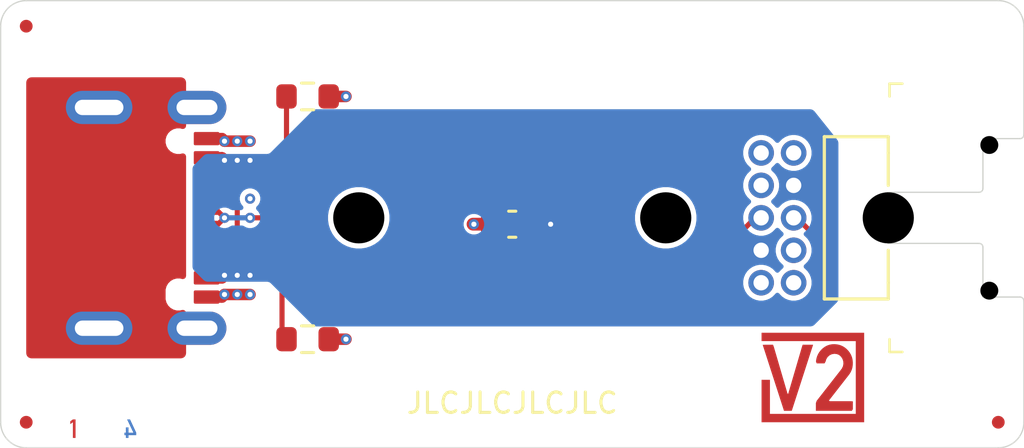
<source format=kicad_pcb>
(kicad_pcb (version 20241229) (generator "pcbnew") (generator_version "9.0")
  (title_block (date "2023-07-01") (rev "4"))
  (layers (0 "F.Cu" signal "Front") (4 "In1.Cu" power) (6 "In2.Cu" power) (2 "B.Cu" signal "Back") (13 "F.Paste" user) (5 "F.SilkS" user "F.Silkscreen") (1 "F.Mask" user) (3 "B.Mask" user) (25 "Edge.Cuts" user))
  (property "Order-Number" "JLCJLCJLCJLC")
  (net 0 "")
  (net 1 "GND")
  (net 2 "VBUS")
  (net 5 "USB-Shield")
  (net 6 "/USB+")
  (net 7 "/USB-")
  (net 8 "/USB-CC1")
  (net 9 "/USB-CC2")
  (footprint "Resistor_SMD:R_0603_1608Metric" (layer "F.Cu") (at 129 110.75)
    (property "Reference" "R102" (hide yes))
    (property "Value" "5k1" (hide yes))
    (fp_line (start -0.237258 -0.5225) (end 0.237258 -0.5225) (stroke (width 0.12)) (layer "F.SilkS"))
    (fp_line (start -0.237258 0.5225) (end 0.237258 0.5225) (stroke (width 0.12)) (layer "F.SilkS"))
    (pad "1" smd roundrect (at -0.825 0) (size 0.8 0.95) (layers "F.Cu" "F.Mask" "F.Paste") (net 9 "/USB-CC2"))
    (pad "2" smd roundrect (at 0.825 0) (size 0.8 0.95) (layers "F.Cu" "F.Mask" "F.Paste") (net 1 "GND"))
  )
  (footprint "V2_Connector_USB:JAE_DX07S016JA3" (layer "F.Cu") (at 122 106 -90)
    (property "Reference" "J101" (hide yes))
    (property "Value" "JAE_DX07S016JA3" (hide yes))
    (pad "" np_thru_hole circle (at -3 -1.95 270) (size 0.6 0.6) (drill 0.6) (layers "*.Cu" "*.Mask"))
    (pad "" np_thru_hole oval (at 3 -1.95 270) (size 0.85 0.6) (drill oval 0.85 0.6) (layers "*.Cu" "*.Mask"))
    (pad "A5" smd roundrect (at -1.75 -3.05 270) (size 0.27 1) (layers "F.Cu" "F.Mask" "F.Paste") (roundrect_rratio 0.1) (net 8 "/USB-CC1"))
    (pad "A6" smd roundrect (at -0.25 -3.05 270) (size 0.27 1) (layers "F.Cu" "F.Mask" "F.Paste") (roundrect_rratio 0.1) (net 6 "/USB+"))
    (pad "A7" smd roundrect (at 0.75 -3.05 270) (size 0.27 1) (layers "F.Cu" "F.Mask" "F.Paste") (roundrect_rratio 0.1) (net 7 "/USB-"))
    (pad "A8" smd roundrect (at 1.75 -3.05 270) (size 0.27 1) (layers "F.Cu" "F.Mask" "F.Paste") (roundrect_rratio 0.1))
    (pad "B5" smd roundrect (at 1.25 -3.05 270) (size 0.27 1) (layers "F.Cu" "F.Mask" "F.Paste") (roundrect_rratio 0.1) (net 9 "/USB-CC2"))
    (pad "B6" smd roundrect (at 0.25 -3.05 270) (size 0.27 1) (layers "F.Cu" "F.Mask" "F.Paste") (roundrect_rratio 0.1) (net 6 "/USB+"))
    (pad "B7" smd roundrect (at -0.75 -3.05 270) (size 0.27 1) (layers "F.Cu" "F.Mask" "F.Paste") (roundrect_rratio 0.1) (net 7 "/USB-"))
    (pad "B8" smd roundrect (at -1.25 -3.05 270) (size 0.27 1) (layers "F.Cu" "F.Mask" "F.Paste") (roundrect_rratio 0.1))
    (pad "G" smd roundrect (at -3.1 -3.05 270) (size 0.52 1) (layers "F.Cu" "F.Mask" "F.Paste") (roundrect_rratio 0.1) (net 1 "GND"))
    (pad "G" smd roundrect (at 3.1 -3.05 270) (size 0.52 1) (layers "F.Cu" "F.Mask" "F.Paste") (roundrect_rratio 0.1) (net 1 "GND"))
    (pad "S" thru_hole oval (at -4.32 -2.675 270) (size 1.3 2.3) (drill oval 0.6 1.6) (layers "*.Cu" "F.Paste") (net 5 "USB-Shield"))
    (pad "S" thru_hole oval (at -4.32 1.15 270) (size 1.3 2.6) (drill oval 0.6 1.9) (layers "*.Cu" "F.Paste") (net 5 "USB-Shield"))
    (pad "S" smd roundrect (at -1.4 1.15 270) (size 1 2) (layers "F.Cu" "F.Mask" "F.Paste") (roundrect_rratio 0.1) (net 5 "USB-Shield"))
    (pad "S" smd roundrect (at 1.4 1.15 270) (size 1 2) (layers "F.Cu" "F.Mask" "F.Paste") (roundrect_rratio 0.1) (net 5 "USB-Shield"))
    (pad "S" thru_hole oval (at 4.32 -2.675 270) (size 1.3 2.3) (drill oval 0.6 1.6) (layers "*.Cu" "F.Paste") (net 5 "USB-Shield"))
    (pad "S" thru_hole oval (at 4.32 1.15 270) (size 1.3 2.6) (drill oval 0.6 1.9) (layers "*.Cu" "F.Paste") (net 5 "USB-Shield"))
    (pad "V" smd roundrect (at -2.35 -3.05 270) (size 0.52 1) (layers "F.Cu" "F.Mask" "F.Paste") (roundrect_rratio 0.1) (net 2 "VBUS"))
    (pad "V" smd roundrect (at 2.35 -3.05 270) (size 0.52 1) (layers "F.Cu" "F.Mask" "F.Paste") (roundrect_rratio 0.1) (net 2 "VBUS"))
  )
  (footprint "V2_Production:Order_Number" (layer "F.Cu") (at 137 113.25)
    (property "Reference" "INFO102" (hide yes))
    (property "Value" "ORDER-NUMBER" (hide yes))
    (fp_text user "${Order-Number}" (at 0 0 0) (layer "F.SilkS") (effects (font (size 0.8 0.8) (thickness 0.12))))
  )
  (footprint "V2_Fiducial:Fiducial_0.5mm_Mask1mm_Paste" (layer "F.Cu") (at 156 114)
    (property "Reference" "FID103" (hide yes))
    (property "Value" "Fiducial" (hide yes))
    (pad "" smd circle (at 0 0) (size 0.5 0.5) (property pad_prop_fiducial_glob) (layers "F.Cu" "F.Mask" "F.Paste") (clearance 0.25))
  )
  (footprint "Capacitor_SMD:C_0603_1608Metric" (layer "F.Cu") (at 137 106.25 180)
    (property "Reference" "C101" (hide yes))
    (property "Value" "0u1" (hide yes))
    (fp_line (start -0.14058 0.51) (end 0.14058 0.51) (stroke (width 0.12)) (layer "F.SilkS"))
    (fp_line (start -0.14058 -0.51) (end 0.14058 -0.51) (stroke (width 0.12)) (layer "F.SilkS"))
    (pad "1" smd roundrect (at -0.775 0 180) (size 0.9 0.95) (layers "F.Cu" "F.Mask" "F.Paste") (net 2 "VBUS"))
    (pad "2" smd roundrect (at 0.775 0 180) (size 0.9 0.95) (layers "F.Cu" "F.Mask" "F.Paste") (net 1 "GND"))
  )
  (footprint "V2_Fiducial:Fiducial_0.5mm_Mask1mm_Paste" (layer "F.Cu") (at 118 114)
    (property "Reference" "FID101" (hide yes))
    (property "Value" "Fiducial" (hide yes))
    (pad "" smd circle (at 0 0) (size 0.5 0.5) (property pad_prop_fiducial_glob) (layers "F.Cu" "F.Mask" "F.Paste") (clearance 0.25))
  )
  (footprint "Resistor_SMD:R_0603_1608Metric" (layer "F.Cu") (at 129 101.25)
    (property "Reference" "R101" (hide yes))
    (property "Value" "5k1" (hide yes))
    (fp_line (start -0.237258 -0.5225) (end 0.237258 -0.5225) (stroke (width 0.12)) (layer "F.SilkS"))
    (fp_line (start -0.237258 0.5225) (end 0.237258 0.5225) (stroke (width 0.12)) (layer "F.SilkS"))
    (pad "1" smd roundrect (at -0.825 0) (size 0.8 0.95) (layers "F.Cu" "F.Mask" "F.Paste") (net 8 "/USB-CC1"))
    (pad "2" smd roundrect (at 0.825 0) (size 0.8 0.95) (layers "F.Cu" "F.Mask" "F.Paste") (net 1 "GND"))
  )
  (footprint "V2_Artwork:Logo_Small" (layer "F.Cu") (at 148.75 112.25)
    (property "Reference" "ICON101" (hide yes))
    (property "Value" "V2-logo" (hide yes))
    (fp_poly (pts (xy 2.006758 1.750057) (xy -2.003742 1.750057) (xy -2.003742 0.089057) (xy -1.676242 0.089057) (xy -1.676242 1.422557) (xy 1.679258 1.422557) (xy 1.679258 -1.424943) (xy -2.003742 -1.424943) (xy -2.003742 -1.752443) (xy 2.006758 -1.752443)) (fill yes) (layer "F.Cu"))
    (fp_poly (pts (xy -1.520919 -1.190765) (xy -0.987877 0.632379) (xy -0.96229 0.63477) (xy -0.429473 -1.187605) (xy -0.397658 -1.28383) (xy -0.093581 -1.28383) (xy 0.011405 -1.282303) (xy -0.821464 1.300873) (xy -0.922973 1.304044) (xy -1.126979 1.304044) (xy -1.959811 -1.279026) (xy -1.859182 -1.28383) (xy -1.55515 -1.28383)) (fill yes) (layer "F.Cu"))
    (fp_poly (pts (xy 0.959179 -1.296323) (xy 1.057102 -1.27333) (xy 1.15069 -1.236367) (xy 1.237701 -1.18584) (xy 1.316459 -1.12329) (xy 1.386544 -1.051192) (xy 1.4473 -0.971068) (xy 1.496526 -0.883341) (xy 1.532676 -0.789459) (xy 1.555226 -0.691443) (xy 1.564714 -0.591354) (xy 1.562302 -0.490861) (xy 1.547686 -0.391375) (xy 1.519699 -0.294757) (xy 1.477977 -0.203204) (xy 1.423428 -0.118825) (xy 0.62811 0.902367) (xy 0.666211 0.926016) (xy 1.464718 0.926016) (xy 1.565211 0.930611) (xy 1.565211 1.236646) (xy 1.526846 1.304028) (xy 0.119258 1.304044) (xy 0.119258 0.998218) (xy 0.152529 0.907926) (xy 1.075862 -0.274673) (xy 1.135011 -0.354575) (xy 1.177602 -0.443372) (xy 1.194922 -0.540328) (xy 1.188525 -0.63852) (xy 1.156173 -0.731429) (xy 1.102154 -0.813814) (xy 1.029408 -0.879553) (xy 0.93915 -0.917434) (xy 0.841313 -0.926822) (xy 0.744269 -0.911115) (xy 0.655699 -0.868697) (xy 0.582012 -0.803671) (xy 0.529159 -0.720807) (xy 0.499075 -0.625849) (xy 0.458111 -0.553721) (xy 0.151905 -0.553721) (xy 0.122138 -0.626978) (xy 0.136522 -0.727544) (xy 0.163539 -0.824426) (xy 0.203793 -0.916615) (xy 0.256664 -1.002191) (xy 0.320597 -1.07979) (xy 0.393413 -1.149125) (xy 0.474729 -1.208346) (xy 0.563921 -1.254958) (xy 0.65936 -1.286951) (xy 0.758577 -1.303726) (xy 0.859118 -1.306199)) (fill yes) (layer "F.Cu"))
    (zone (net 0) (net_name "") (layer "F.Cu") (connect_pads (clearance 0)) (min_thickness 0.254)
      (keepout (tracks not_allowed) (vias not_allowed) (pads not_allowed) (copperpour not_allowed) (footprints allowed))
      (fill (thermal_gap 0.508) (thermal_bridge_width 0.508))
      (polygon (pts (xy 146.45 114.25) (xy 151.05 114.25) (xy 151.05 110.245) (xy 146.45 110.245) (xy 146.45 110.85) (xy 146.85 112.05) (xy 146.45 112.05)))
    )
  )
  (footprint "V2_Mechanical:MountingHole_2mm" (layer "F.Cu") (at 143 106)
    (property "Reference" "H102" (hide yes))
    (property "Value" "MountingHole_2mm" (hide yes))
    (pad "" np_thru_hole circle (at 0 0) (size 2 2) (drill 2) (layers "*.Mask"))
  )
  (footprint "V2_PCB_Devices:PCB_Plug_Horizontal" (layer "F.Cu") (at 148 106 -90)
    (property "Reference" "PLUG101" (hide yes))
    (property "Value" "PCB_Plug_Horizontal" (hide yes))
    (fp_line (start -5.25 -3.75) (end -5.25 -4.25) (stroke (width 0.1)) (layer "F.SilkS"))
    (fp_line (start -4.75 -3.75) (end -5.25 -3.75) (stroke (width 0.1)) (layer "F.SilkS"))
    (fp_line (start 5.25 -3.75) (end 4.75 -3.75) (stroke (width 0.1)) (layer "F.SilkS"))
    (fp_line (start 5.25 -3.75) (end 5.25 -4.25) (stroke (width 0.1)) (layer "F.SilkS"))
    (fp_line (start -1 -3.7) (end 1 -3.7) (stroke (width 0.05)) (layer "Edge.Cuts"))
    (fp_line (start 1 -3.7) (end 1 -7.25) (stroke (width 0.05)) (layer "Edge.Cuts"))
    (fp_line (start -1 -7.25) (end -1 -3.7) (stroke (width 0.05)) (layer "Edge.Cuts"))
    (fp_line (start -3.1 -7.4) (end -1.15 -7.4) (stroke (width 0.05)) (layer "Edge.Cuts"))
    (fp_line (start 1.15 -7.4) (end 3.1 -7.4) (stroke (width 0.05)) (layer "Edge.Cuts"))
    (fp_line (start 3.1 -7.4) (end 3.1 -8.85) (stroke (width 0.05)) (layer "Edge.Cuts"))
    (fp_line (start -3.1 -8.85) (end -3.1 -7.4) (stroke (width 0.05)) (layer "Edge.Cuts"))
    (fp_arc (start 1 -7.25) (mid 1.043934 -7.356066) (end 1.15 -7.4) (stroke (width 0.05)) (layer "Edge.Cuts"))
    (fp_arc (start -1.15 -7.4) (mid -1.043934 -7.356066) (end -1 -7.25) (stroke (width 0.05)) (layer "Edge.Cuts"))
    (fp_arc (start 3.1 -8.85) (mid 3.143934 -8.956066) (end 3.25 -9) (stroke (width 0.05)) (layer "Edge.Cuts"))
    (fp_arc (start -3.25 -9) (mid -3.143934 -8.956066) (end -3.1 -8.85) (stroke (width 0.05)) (layer "Edge.Cuts"))
    (pad "" np_thru_hole circle (at -2.85 -7.65 270) (size 0.7 0.7) (drill 0.7) (layers "*.Mask"))
    (pad "" np_thru_hole circle (at 0 -3.7 270) (size 2 2) (drill 2) (layers "*.Mask"))
    (pad "" np_thru_hole circle (at 2.85 -7.65 270) (size 0.7 0.7) (drill 0.7) (layers "*.Mask"))
  )
  (footprint "V2_Production:Layer_Numbers" (layer "F.Cu") (at 121 114.25)
    (property "Reference" "INFO101" (hide yes))
    (property "Value" "Layer_Numbers" (hide yes))
    (fp_poly (pts (xy -1.071627 0.36376) (xy -1.175447 0.36376) (xy -1.175447 -0.251119) (xy -1.278437 -0.175522) (xy -1.278437 -0.285923) (xy -1.175447 -0.360896) (xy -1.071627 -0.360896)) (fill yes) (layer "F.Cu"))
    (fp_poly (pts (xy 1.301233 0.157927) (xy 1.301233 0.255853) (xy 0.999028 0.255853) (xy 0.999028 0.36376) (xy 0.895208 0.36376) (xy 0.895208 0.255853) (xy 0.837544 0.255853) (xy 0.837544 0.157927) (xy 0.895208 0.157927) (xy 0.895208 -0.050276) (xy 0.999028 -0.050276) (xy 0.999028 0.157927) (xy 1.188396 0.157927) (xy 0.943381 -0.360896) (xy 1.059184 -0.360896)) (fill yes) (layer "B.Cu"))
    (zone (net 0) (net_name "") (layers "F.Cu" "F.Mask" "B.Cu" "B.Mask" "In1.Cu" "In2.Cu") (connect_pads (clearance 0)) (min_thickness 0.254)
      (keepout (tracks not_allowed) (vias not_allowed) (pads not_allowed) (copperpour not_allowed) (footprints allowed))
      (fill (thermal_gap 0.508) (thermal_bridge_width 0.508))
      (polygon (pts (xy 122.6 114.85) (xy 119.4 114.85) (xy 119.4 113.65) (xy 122.6 113.65)))
    )
  )
  (footprint "V2_Mechanical:MountingHole_2mm" (layer "F.Cu") (at 131 106)
    (property "Reference" "H101" (hide yes))
    (property "Value" "MountingHole_2mm" (hide yes))
    (pad "" np_thru_hole circle (at 0 0) (size 2 2) (drill 2) (layers "*.Mask"))
  )
  (footprint "V2_Fiducial:Fiducial_0.5mm_Mask1mm_Paste" (layer "F.Cu") (at 118 98.5)
    (property "Reference" "FID102" (hide yes))
    (property "Value" "Fiducial" (hide yes))
    (pad "" smd circle (at 0 0) (size 0.5 0.5) (property pad_prop_fiducial_glob) (layers "F.Cu" "F.Mask" "F.Paste") (clearance 0.25))
  )
  (footprint "V2_Connector_Header_1.27mm:PinHeader_2x05_P1.27mm_Horizontal" (layer "F.Cu") (at 148 106 -90)
    (property "Reference" "J102" (hide yes))
    (property "Value" "2x05_Horizontal" (hide yes))
    (fp_line (start -3.175 -1.2) (end -3.175 -3.7) (stroke (width 0.127)) (layer "F.SilkS"))
    (fp_line (start 3.175 -1.2) (end -3.175 -1.2) (stroke (width 0.127)) (layer "F.SilkS"))
    (fp_line (start -3.175 -3.7) (end -2.54 -3.7) (stroke (width 0.127)) (layer "F.SilkS"))
    (fp_line (start -2.54 -3.7) (end -1.27 -3.7) (stroke (width 0.127)) (layer "F.SilkS"))
    (fp_line (start 1.27 -3.7) (end 2.54 -3.7) (stroke (width 0.127)) (layer "F.SilkS"))
    (fp_line (start 2.54 -3.7) (end 3.175 -3.7) (stroke (width 0.127)) (layer "F.SilkS"))
    (fp_line (start 3.175 -3.7) (end 3.175 -1.2) (stroke (width 0.127)) (layer "F.SilkS"))
    (pad "1" thru_hole circle (at 2.54 0) (size 1 1) (drill 0.6) (layers "*.Cu" "*.Mask"))
    (pad "2" thru_hole circle (at 2.54 1.27) (size 1 1) (drill 0.6) (layers "*.Cu" "*.Mask"))
    (pad "3" thru_hole circle (at 1.27 0) (size 1 1) (drill 0.6) (layers "*.Cu" "*.Mask") (net 1 "GND"))
    (pad "4" thru_hole circle (at 1.27 1.27) (size 1 1) (drill 0.6) (layers "*.Cu" "*.Mask") (net 2 "VBUS"))
    (pad "5" thru_hole circle (at 0 0) (size 1 1) (drill 0.6) (layers "*.Cu" "*.Mask") (net 7 "/USB-"))
    (pad "6" thru_hole circle (at 0 1.27) (size 1 1) (drill 0.6) (layers "*.Cu" "*.Mask") (net 6 "/USB+"))
    (pad "7" thru_hole circle (at -1.27 0) (size 1 1) (drill 0.6) (layers "*.Cu" "*.Mask") (net 2 "VBUS"))
    (pad "8" thru_hole circle (at -1.27 1.27) (size 1 1) (drill 0.6) (layers "*.Cu" "*.Mask") (net 1 "GND"))
    (pad "9" thru_hole circle (at -2.54 0) (size 1 1) (drill 0.6) (layers "*.Cu" "*.Mask"))
    (pad "10" thru_hole circle (at -2.54 1.27) (size 1 1) (drill 0.6) (layers "*.Cu" "*.Mask"))
  )
  (gr_line (start 157 109.25) (end 157 114) (stroke (width 0.05)) (layer "Edge.Cuts"))
  (gr_line (start 117 98.5) (end 117 114) (stroke (width 0.05)) (layer "Edge.Cuts"))
  (gr_line (start 118 97.5) (end 156 97.5) (stroke (width 0.05)) (layer "Edge.Cuts"))
  (gr_line (start 157 98.5) (end 157 102.75) (stroke (width 0.05)) (layer "Edge.Cuts"))
  (gr_arc (start 118 115) (mid 117.292893 114.707107) (end 117 114) (stroke (width 0.05)) (layer "Edge.Cuts"))
  (gr_arc (start 157 114) (mid 156.707107 114.707107) (end 156 115) (stroke (width 0.05)) (layer "Edge.Cuts"))
  (gr_arc (start 117 98.5) (mid 117.292893 97.792893) (end 118 97.5) (stroke (width 0.05)) (layer "Edge.Cuts"))
  (gr_arc (start 156 97.5) (mid 156.707107 97.792893) (end 157 98.5) (stroke (width 0.05)) (layer "Edge.Cuts"))
  (gr_line (start 118 115) (end 156 115) (stroke (width 0.05)) (layer "Edge.Cuts"))
  (segment (start 125.75 103) (end 126.75 103) (width 0.45) (layer "F.Cu") (net 1))
  (segment (start 125.05 102.9) (end 125.65 102.9) (width 0.45) (layer "F.Cu") (net 1))
  (segment (start 136.1925 106.2475) (end 136.1975 106.2525) (width 0.5) (layer "F.Cu") (net 1))
  (segment (start 129.825 110.75) (end 130.5 110.75) (width 0.45) (layer "F.Cu") (net 1))
  (segment (start 125.75 109) (end 126.75 109) (width 0.45) (layer "F.Cu") (net 1))
  (segment (start 129.825 101.25) (end 130.5 101.25) (width 0.45) (layer "F.Cu") (net 1))
  (segment (start 135.4675 106.2475) (end 136.1925 106.2475) (width 0.5) (layer "F.Cu") (net 1))
  (segment (start 125.05 109.1) (end 125.65 109.1) (width 0.45) (layer "F.Cu") (net 1))
  (segment (start 125.65 102.9) (end 125.75 103) (width 0.45) (layer "F.Cu") (net 1))
  (segment (start 125.65 109.1) (end 125.75 109) (width 0.45) (layer "F.Cu") (net 1))
  (via (at 130.5 101.25) (size 0.4) (drill 0.2) (layers "F.Cu" "B.Cu") (net 1))
  (via (at 125.75 109) (size 0.4) (drill 0.2) (layers "F.Cu" "B.Cu") (net 1))
  (via (at 130.5 110.75) (size 0.4) (drill 0.2) (layers "F.Cu" "B.Cu") (net 1))
  (via (at 126.25 103) (size 0.4) (drill 0.2) (layers "F.Cu" "B.Cu") (net 1))
  (via (at 126.75 103) (size 0.4) (drill 0.2) (layers "F.Cu" "B.Cu") (net 1))
  (via (at 126.75 105.25) (size 0.4) (drill 0.2) (layers "F.Cu" "B.Cu") (net 1))
  (via (at 135.5 106.25) (size 0.4) (drill 0.2) (layers "F.Cu" "B.Cu") (net 1))
  (via (at 126.75 109) (size 0.4) (drill 0.2) (layers "F.Cu" "B.Cu") (net 1))
  (via (at 125.75 103) (size 0.4) (drill 0.2) (layers "F.Cu" "B.Cu") (net 1))
  (via (at 126.25 109) (size 0.4) (drill 0.2) (layers "F.Cu" "B.Cu") (net 1))
  (segment (start 125.65 108.35) (end 125.75 108.25) (width 0.45) (layer "F.Cu") (net 2))
  (segment (start 137.7525 106.2475) (end 137.7475 106.2525) (width 0.5) (layer "F.Cu") (net 2))
  (segment (start 125.05 108.35) (end 125.65 108.35) (width 0.45) (layer "F.Cu") (net 2))
  (segment (start 125.75 103.75) (end 126.744672 103.75) (width 0.45) (layer "F.Cu") (net 2))
  (segment (start 126.744672 103.75) (end 126.747336 103.747336) (width 0.45) (layer "F.Cu") (net 2))
  (segment (start 125.05 103.65) (end 125.65 103.65) (width 0.45) (layer "F.Cu") (net 2))
  (segment (start 125.65 103.65) (end 125.75 103.75) (width 0.45) (layer "F.Cu") (net 2))
  (segment (start 125.75 108.25) (end 126.75 108.25) (width 0.45) (layer "F.Cu") (net 2))
  (segment (start 138.4675 106.2475) (end 137.7525 106.2475) (width 0.5) (layer "F.Cu") (net 2))
  (via (at 125.75 108.25) (size 0.4) (drill 0.2) (layers "F.Cu" "B.Cu") (net 2))
  (via (at 126.25 103.75) (size 0.4) (drill 0.2) (layers "F.Cu" "B.Cu") (net 2))
  (via (at 126.75 103.75) (size 0.4) (drill 0.2) (layers "F.Cu" "B.Cu") (net 2))
  (via (at 126.75 108.25) (size 0.4) (drill 0.2) (layers "F.Cu" "B.Cu") (net 2))
  (via (at 125.75 103.75) (size 0.4) (drill 0.2) (layers "F.Cu" "B.Cu") (net 2))
  (via (at 138.5 106.25) (size 0.4) (drill 0.2) (layers "F.Cu" "B.Cu") (net 2))
  (via (at 126.25 108.25) (size 0.4) (drill 0.2) (layers "F.Cu" "B.Cu") (net 2))
  (segment (start 126.75 106) (end 127.75 106) (width 0.2) (layer "F.Cu") (net 6))
  (segment (start 144.25 108.25) (end 146.5 106) (width 0.2) (layer "F.Cu") (net 6))
  (segment (start 127.75 106) (end 130 108.25) (width 0.2) (layer "F.Cu") (net 6))
  (segment (start 125.75 106) (end 125.5 105.75) (width 0.2) (layer "F.Cu") (net 6))
  (segment (start 125.5 106.25) (end 125.05 106.25) (width 0.2) (layer "F.Cu") (net 6))
  (segment (start 125.5 105.75) (end 125.05 105.75) (width 0.2) (layer "F.Cu") (net 6))
  (segment (start 130 108.25) (end 144.25 108.25) (width 0.2) (layer "F.Cu") (net 6))
  (segment (start 125.75 106) (end 125.5 106.25) (width 0.2) (layer "F.Cu") (net 6))
  (segment (start 146.5 106) (end 146.73 106) (width 0.2) (layer "F.Cu") (net 6))
  (via (at 126.75 106) (size 0.4) (drill 0.2) (layers "F.Cu" "B.Cu") (net 6))
  (via (at 125.75 106) (size 0.4) (drill 0.2) (layers "F.Cu" "B.Cu") (net 6))
  (segment (start 126.75 106) (end 125.75 106) (width 0.2) (layer "B.Cu") (net 6))
  (segment (start 127.277818 106.527818) (end 126.25 106.527818) (width 0.2) (layer "F.Cu") (net 7))
  (segment (start 126.25 106.527818) (end 126.25 105.461428) (width 0.2) (layer "F.Cu") (net 7))
  (segment (start 130.25 109.5) (end 127.277818 106.527818) (width 0.2) (layer "F.Cu") (net 7))
  (segment (start 126.027818 106.75) (end 126.25 106.527818) (width 0.2) (layer "F.Cu") (net 7))
  (segment (start 148.125 106) (end 149 106.875) (width 0.2) (layer "F.Cu") (net 7))
  (segment (start 126.038572 105.25) (end 125.05 105.25) (width 0.2) (layer "F.Cu") (net 7))
  (segment (start 149 108.875) (end 148.375 109.5) (width 0.2) (layer "F.Cu") (net 7))
  (segment (start 148 106) (end 148.125 106) (width 0.2) (layer "F.Cu") (net 7))
  (segment (start 126.25 105.461428) (end 126.038572 105.25) (width 0.2) (layer "F.Cu") (net 7))
  (segment (start 125.05 106.75) (end 126.027818 106.75) (width 0.2) (layer "F.Cu") (net 7))
  (segment (start 149 106.875) (end 149 108.875) (width 0.2) (layer "F.Cu") (net 7))
  (segment (start 148.375 109.5) (end 130.25 109.5) (width 0.2) (layer "F.Cu") (net 7))
  (segment (start 128.175 103.026778) (end 128.175 101.25) (width 0.2) (layer "F.Cu") (net 8))
  (segment (start 126.951778 104.25) (end 128.175 103.026778) (width 0.2) (layer "F.Cu") (net 8))
  (segment (start 125.05 104.25) (end 126.951778 104.25) (width 0.2) (layer "F.Cu") (net 8))
  (segment (start 126.75 107.25) (end 128 108.5) (width 0.2) (layer "F.Cu") (net 9))
  (segment (start 128 110.575) (end 128.175 110.75) (width 0.2) (layer "F.Cu") (net 9))
  (segment (start 128 108.5) (end 128 110.575) (width 0.2) (layer "F.Cu") (net 9))
  (segment (start 125.05 107.25) (end 126.75 107.25) (width 0.2) (layer "F.Cu") (net 9))
  (zone (net 5) (net_name "USB-Shield") (layer "F.Cu") (priority 1) (connect_pads yes (clearance 0.2)) (min_thickness 0.254) (fill yes (thermal_gap 0.508) (thermal_bridge_width 0.508) (smoothing fillet) (radius 0.2))
    (polygon (pts (xy 124.25 111.5) (xy 118 111.5) (xy 118 100.5) (xy 124.25 100.5)))
  )
  (zone (net 2) (net_name "VBUS") (layer "B.Cu") (priority 2) (connect_pads yes (clearance 0.2)) (min_thickness 0.2) (fill yes (thermal_gap 0.5) (thermal_bridge_width 0.5) (smoothing fillet) (radius 0.2))
    (polygon (pts (xy 124.5 104) (xy 125 103.5) (xy 127.5 103.5) (xy 129.25 101.75) (xy 148.75 101.75) (xy 149.75 103) (xy 149.75 109.25) (xy 148.75 110.25) (xy 129.25 110.25) (xy 127.5 108.5) (xy 125 108.5) (xy 124.5 108)))
  )
)
</source>
